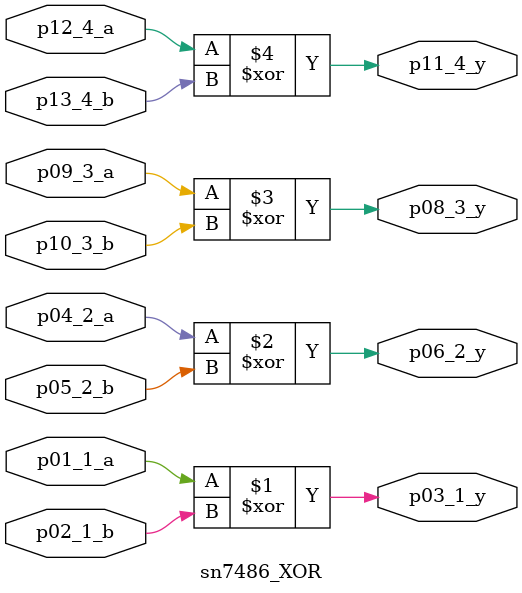
<source format=v>

module sn7474_DFF(
    input p01_1_clr_n,
    input p02_1_d,
    input p03_1_clk,
    input p04_1_pre_n,
    output reg p05_1_q,
    output reg p06_1_q_n,
    output reg p08_2_q_n,
    output reg p09_2_q,
    input p10_2_pre_n,
    input p11_2_clk,
    input p12_2_d,
    input p13_2_clr_n
);
    always @ (posedge p03_1_clk or negedge p01_1_clr_n or negedge p04_1_pre_n) begin
        if(!p01_1_clr_n) begin
            p05_1_q <= 0;
            p06_1_q_n <= 1;
        end else if (!p04_1_pre_n) begin
            p05_1_q <= 1;
            p06_1_q_n <= 0;
        end else begin
            p05_1_q <= p02_1_d;
            p06_1_q_n <= ~p02_1_d;
        end 
    end

    always @ (posedge p11_2_clk or negedge p13_2_clr_n or negedge p10_2_pre_n) begin
        if(!p13_2_clr_n) begin
            p09_2_q <= 0;
            p08_2_q_n <= 1;
        end else if (!p10_2_pre_n) begin
            p09_2_q <= 1;
            p08_2_q_n <= 0;
        end else begin
            p09_2_q <= p12_2_d;
            p08_2_q_n <= ~p12_2_d;
        end 
    end
endmodule

module sn7408_AND(
    input p01_1_a,
    input p02_1_b,
    output p03_1_y,
    input p04_2_a,
    input p05_2_b,
    output p06_2_y,
    output p08_3_y,
    input p09_3_a,
    input p10_3_b,
    output p11_4_y,
    input p12_4_a,
    input p13_4_b
);
    assign p03_1_y = p01_1_a & p02_1_b;
    assign p06_2_y = p04_2_a & p05_2_b;
    assign p08_3_y = p09_3_a & p10_3_b;
    assign p11_4_y = p12_4_a & p13_4_b;
endmodule

module sn7432_OR(
    input p01_1_a,
    input p02_1_b,
    output p03_1_y,
    input p04_2_a,
    input p05_2_b,
    output p06_2_y,
    output p08_3_y,
    input p09_3_a,
    input p10_3_b,
    output p11_4_y,
    input p12_4_a,
    input p13_4_b
);
    assign p03_1_y = p01_1_a | p02_1_b;
    assign p06_2_y = p04_2_a | p05_2_b;
    assign p08_3_y = p09_3_a | p10_3_b;
    assign p11_4_y = p12_4_a | p13_4_b;
endmodule

module sn74153_MUX(

);

endmodule

module sn7404_NOT(
    input p01_1_a,
    output p02_1_y,
    input p03_2_a,
    output p04_2_y,
    input p05_3_a,
    output p06_3_y,
    output p08_4_y,
    input p09_4_a,
    output p10_5_y,
    input p11_5_a,
    output p12_6_y,
    input p13_6_a
);
    assign p02_1_y = ~p01_1_a;
    assign p04_2_y = ~p03_2_a;
    assign p06_3_y = ~p05_3_a;
    assign p08_4_y = ~p09_4_a;
    assign p10_5_y = ~p11_5_a;
    assign p12_6_y = ~p13_6_a;
endmodule

module sn7410_NAND(
    input p01_1_a,
    input p02_1_b,
    input p03_2_a,
    input p04_2_b,
    input p05_2_c,
    output p06_2_y,
    output p08_3_y,
    input p09_3_a,
    input p10_3_b,
    input p11_3_c,
    output p12_1_y,
    input p13_1_c
);
    assign p12_1_y = ~(p01_1_a & p02_1_b & p13_1_c);
    assign p06_2_y = ~(p03_2_a & p04_2_b & p05_2_c);
    assign p08_3_y = ~(p09_3_a & p10_3_b & p11_3_c);
endmodule

module sn7486_XOR(
    input p01_1_a,
    input p02_1_b,
    output p03_1_y,
    input p04_2_a,
    input p05_2_b,
    output p06_2_y,
    output p08_3_y,
    input p09_3_a,
    input p10_3_b,
    output p11_4_y,
    input p12_4_a,
    input p13_4_b
);
    assign p03_1_y = p01_1_a ^ p02_1_b;
    assign p06_2_y = p04_2_a ^ p05_2_b;
    assign p08_3_y = p09_3_a ^ p10_3_b;
    assign p11_4_y = p12_4_a ^ p13_4_b;
endmodule
</source>
